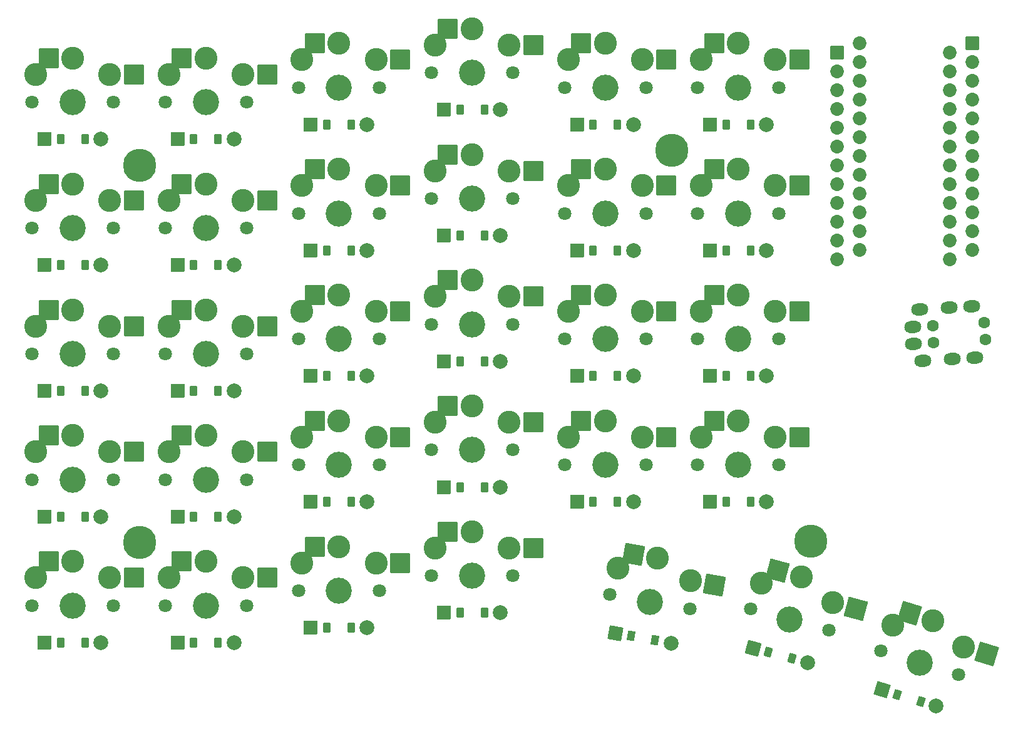
<source format=gbr>
%TF.GenerationSoftware,KiCad,Pcbnew,8.0.4*%
%TF.CreationDate,2024-10-05T17:03:56-04:00*%
%TF.ProjectId,mzizzi-split62,6d7a697a-7a69-42d7-9370-6c697436322e,v1.0.0*%
%TF.SameCoordinates,Original*%
%TF.FileFunction,Soldermask,Bot*%
%TF.FilePolarity,Negative*%
%FSLAX46Y46*%
G04 Gerber Fmt 4.6, Leading zero omitted, Abs format (unit mm)*
G04 Created by KiCad (PCBNEW 8.0.4) date 2024-10-05 17:03:56*
%MOMM*%
%LPD*%
G01*
G04 APERTURE LIST*
G04 Aperture macros list*
%AMRoundRect*
0 Rectangle with rounded corners*
0 $1 Rounding radius*
0 $2 $3 $4 $5 $6 $7 $8 $9 X,Y pos of 4 corners*
0 Add a 4 corners polygon primitive as box body*
4,1,4,$2,$3,$4,$5,$6,$7,$8,$9,$2,$3,0*
0 Add four circle primitives for the rounded corners*
1,1,$1+$1,$2,$3*
1,1,$1+$1,$4,$5*
1,1,$1+$1,$6,$7*
1,1,$1+$1,$8,$9*
0 Add four rect primitives between the rounded corners*
20,1,$1+$1,$2,$3,$4,$5,0*
20,1,$1+$1,$4,$5,$6,$7,0*
20,1,$1+$1,$6,$7,$8,$9,0*
20,1,$1+$1,$8,$9,$2,$3,0*%
%AMHorizOval*
0 Thick line with rounded ends*
0 $1 width*
0 $2 $3 position (X,Y) of the first rounded end (center of the circle)*
0 $4 $5 position (X,Y) of the second rounded end (center of the circle)*
0 Add line between two ends*
20,1,$1,$2,$3,$4,$5,0*
0 Add two circle primitives to create the rounded ends*
1,1,$1,$2,$3*
1,1,$1,$4,$5*%
G04 Aperture macros list end*
%ADD10RoundRect,0.050000X-0.876300X0.876300X-0.876300X-0.876300X0.876300X-0.876300X0.876300X0.876300X0*%
%ADD11C,1.852600*%
%ADD12C,1.801800*%
%ADD13C,3.100000*%
%ADD14C,3.529000*%
%ADD15RoundRect,0.050000X-1.300000X-1.300000X1.300000X-1.300000X1.300000X1.300000X-1.300000X1.300000X0*%
%ADD16C,1.600000*%
%ADD17HorizOval,1.700000X-0.299472X-0.017792X0.299472X0.017792X0*%
%ADD18RoundRect,0.050000X-0.889000X-0.889000X0.889000X-0.889000X0.889000X0.889000X-0.889000X0.889000X0*%
%ADD19RoundRect,0.050000X-0.450000X-0.600000X0.450000X-0.600000X0.450000X0.600000X-0.450000X0.600000X0*%
%ADD20C,2.005000*%
%ADD21C,0.800000*%
%ADD22C,4.500000*%
%ADD23RoundRect,0.050000X-1.592168X-0.919239X0.919239X-1.592168X1.592168X0.919239X-0.919239X1.592168X0*%
%ADD24RoundRect,0.050000X-1.110073X-0.590236X0.590236X-1.110073X1.110073X0.590236X-0.590236X1.110073X0*%
%ADD25RoundRect,0.050000X-0.605760X-0.442216X0.254914X-0.705350X0.605760X0.442216X-0.254914X0.705350X0*%
%ADD26RoundRect,0.050000X-1.505993X-1.054507X1.054507X-1.505993X1.505993X1.054507X-1.054507X1.505993X0*%
%ADD27RoundRect,0.050000X-1.029867X-0.721121X0.721121X-1.029867X1.029867X0.721121X-0.721121X1.029867X0*%
%ADD28RoundRect,0.050000X-0.547352X-0.512743X0.338975X-0.669026X0.547352X0.512743X-0.338975X0.669026X0*%
%ADD29RoundRect,0.050000X-1.623279X-0.863113X0.863113X-1.623279X1.623279X0.863113X-0.863113X1.623279X0*%
%ADD30RoundRect,0.050000X-1.088798X-0.628618X0.628618X-1.088798X1.088798X0.628618X-0.628618X1.088798X0*%
%ADD31RoundRect,0.050000X-0.589958X-0.463087X0.279375X-0.696024X0.589958X0.463087X-0.279375X0.696024X0*%
G04 APERTURE END LIST*
D10*
%TO.C,MCU2*%
X271620000Y-74030000D03*
D11*
X271620000Y-76570000D03*
X271620000Y-79110000D03*
X271620000Y-81650000D03*
X271620000Y-84190000D03*
X271620000Y-86730000D03*
X271620000Y-89270000D03*
X271620000Y-91810000D03*
X271620000Y-94350000D03*
X271620000Y-96890000D03*
X271620000Y-99430000D03*
X271620000Y-101970000D03*
X256380000Y-74030000D03*
X256380000Y-76570000D03*
X256380000Y-79110000D03*
X256380000Y-81650000D03*
X256380000Y-84190000D03*
X256380000Y-86730000D03*
X256380000Y-89270000D03*
X256380000Y-91810000D03*
X256380000Y-94350000D03*
X256380000Y-96890000D03*
X256380000Y-99430000D03*
X256380000Y-101970000D03*
%TD*%
D12*
%TO.C,S11*%
X180500000Y-148000000D03*
D13*
X181000000Y-144250000D03*
X186000000Y-142050000D03*
X186000000Y-142050000D03*
D14*
X186000000Y-148000000D03*
D13*
X191000000Y-144250000D03*
D12*
X191500000Y-148000000D03*
D15*
X182725000Y-142050000D03*
X194275000Y-144250000D03*
%TD*%
D16*
%TO.C,TRRS1*%
X273266412Y-111798939D03*
X266278733Y-112214083D03*
X273402816Y-114094890D03*
X266415137Y-114510035D03*
D17*
X263583485Y-112374210D03*
X263719890Y-114670162D03*
X264545144Y-110013022D03*
X264954358Y-116900877D03*
X268538104Y-109775796D03*
X268947318Y-116663651D03*
X271532823Y-109597877D03*
X271942037Y-116485732D03*
%TD*%
D18*
%TO.C,D23*%
X218190000Y-102000000D03*
D19*
X220350000Y-102000000D03*
X223650000Y-102000000D03*
D20*
X225810000Y-102000000D03*
%TD*%
D12*
%TO.C,S3*%
X144500000Y-116000000D03*
D13*
X145000000Y-112250000D03*
X150000000Y-110050000D03*
X150000000Y-110050000D03*
D14*
X150000000Y-116000000D03*
D13*
X155000000Y-112250000D03*
D12*
X155500000Y-116000000D03*
D15*
X146725000Y-110050000D03*
X158275000Y-112250000D03*
%TD*%
D12*
%TO.C,S1*%
X144500000Y-150000000D03*
D13*
X145000000Y-146250000D03*
X150000000Y-144050000D03*
X150000000Y-144050000D03*
D14*
X150000000Y-150000000D03*
D13*
X155000000Y-146250000D03*
D12*
X155500000Y-150000000D03*
D15*
X146725000Y-144050000D03*
X158275000Y-146250000D03*
%TD*%
D18*
%TO.C,D9*%
X164190000Y-104000000D03*
D19*
X166350000Y-104000000D03*
X169650000Y-104000000D03*
D20*
X171810000Y-104000000D03*
%TD*%
D18*
%TO.C,D20*%
X200190000Y-83000000D03*
D19*
X202350000Y-83000000D03*
X205650000Y-83000000D03*
D20*
X207810000Y-83000000D03*
%TD*%
D18*
%TO.C,D19*%
X200190000Y-100000000D03*
D19*
X202350000Y-100000000D03*
X205650000Y-100000000D03*
D20*
X207810000Y-100000000D03*
%TD*%
D12*
%TO.C,S9*%
X162500000Y-99000000D03*
D13*
X163000000Y-95250000D03*
X168000000Y-93050000D03*
X168000000Y-93050000D03*
D14*
X168000000Y-99000000D03*
D13*
X173000000Y-95250000D03*
D12*
X173500000Y-99000000D03*
D15*
X164725000Y-93050000D03*
X176275000Y-95250000D03*
%TD*%
D12*
%TO.C,S8*%
X162500000Y-116000000D03*
D13*
X163000000Y-112250000D03*
X168000000Y-110050000D03*
X168000000Y-110050000D03*
D14*
X168000000Y-116000000D03*
D13*
X173000000Y-112250000D03*
D12*
X173500000Y-116000000D03*
D15*
X164725000Y-110050000D03*
X176275000Y-112250000D03*
%TD*%
D12*
%TO.C,S6*%
X162500000Y-150000000D03*
D13*
X163000000Y-146250000D03*
X168000000Y-144050000D03*
X168000000Y-144050000D03*
D14*
X168000000Y-150000000D03*
D13*
X173000000Y-146250000D03*
D12*
X173500000Y-150000000D03*
D15*
X164725000Y-144050000D03*
X176275000Y-146250000D03*
%TD*%
D12*
%TO.C,S27*%
X234500000Y-97000000D03*
D13*
X235000000Y-93250000D03*
X240000000Y-91050000D03*
X240000000Y-91050000D03*
D14*
X240000000Y-97000000D03*
D13*
X245000000Y-93250000D03*
D12*
X245500000Y-97000000D03*
D15*
X236725000Y-91050000D03*
X248275000Y-93250000D03*
%TD*%
D21*
%TO.C,_1*%
X248204516Y-140866326D03*
X248973294Y-139864434D03*
X248369352Y-142118376D03*
X250225344Y-139699598D03*
D22*
X249798294Y-141293376D03*
D21*
X249371244Y-142887154D03*
X251227236Y-140468376D03*
X250623294Y-142722318D03*
X251392072Y-141720426D03*
%TD*%
D12*
%TO.C,S16*%
X198500000Y-146000000D03*
D13*
X199000000Y-142250000D03*
X204000000Y-140050000D03*
X204000000Y-140050000D03*
D14*
X204000000Y-146000000D03*
D13*
X209000000Y-142250000D03*
D12*
X209500000Y-146000000D03*
D15*
X200725000Y-140050000D03*
X212275000Y-142250000D03*
%TD*%
D18*
%TO.C,D11*%
X182190000Y-153000000D03*
D19*
X184350000Y-153000000D03*
X187650000Y-153000000D03*
D20*
X189810000Y-153000000D03*
%TD*%
D10*
%TO.C,MCU1*%
X253380000Y-75280000D03*
D11*
X253380000Y-77820000D03*
X253380000Y-80360000D03*
X253380000Y-82900000D03*
X253380000Y-85440000D03*
X253380000Y-87980000D03*
X253380000Y-90520000D03*
X253380000Y-93060000D03*
X253380000Y-95600000D03*
X253380000Y-98140000D03*
X253380000Y-100680000D03*
X253380000Y-103220000D03*
X268620000Y-75280000D03*
X268620000Y-77820000D03*
X268620000Y-80360000D03*
X268620000Y-82900000D03*
X268620000Y-85440000D03*
X268620000Y-87980000D03*
X268620000Y-90520000D03*
X268620000Y-93060000D03*
X268620000Y-95600000D03*
X268620000Y-98140000D03*
X268620000Y-100680000D03*
X268620000Y-103220000D03*
%TD*%
D18*
%TO.C,D7*%
X164190000Y-138000000D03*
D19*
X166350000Y-138000000D03*
X169650000Y-138000000D03*
D20*
X171810000Y-138000000D03*
%TD*%
D18*
%TO.C,D2*%
X146190000Y-138000000D03*
D19*
X148350000Y-138000000D03*
X151650000Y-138000000D03*
D20*
X153810000Y-138000000D03*
%TD*%
D18*
%TO.C,D8*%
X164190000Y-121000000D03*
D19*
X166350000Y-121000000D03*
X169650000Y-121000000D03*
D20*
X171810000Y-121000000D03*
%TD*%
D12*
%TO.C,S28*%
X234500000Y-80000000D03*
D13*
X235000000Y-76250000D03*
X240000000Y-74050000D03*
X240000000Y-74050000D03*
D14*
X240000000Y-80000000D03*
D13*
X245000000Y-76250000D03*
D12*
X245500000Y-80000000D03*
D15*
X236725000Y-74050000D03*
X248275000Y-76250000D03*
%TD*%
D12*
%TO.C,S2*%
X144500000Y-133000000D03*
D13*
X145000000Y-129250000D03*
X150000000Y-127050000D03*
X150000000Y-127050000D03*
D14*
X150000000Y-133000000D03*
D13*
X155000000Y-129250000D03*
D12*
X155500000Y-133000000D03*
D15*
X146725000Y-127050000D03*
X158275000Y-129250000D03*
%TD*%
D18*
%TO.C,D12*%
X182190000Y-136000000D03*
D19*
X184350000Y-136000000D03*
X187650000Y-136000000D03*
D20*
X189810000Y-136000000D03*
%TD*%
D12*
%TO.C,S10*%
X162500000Y-82000000D03*
D13*
X163000000Y-78250000D03*
X168000000Y-76050000D03*
X168000000Y-76050000D03*
D14*
X168000000Y-82000000D03*
D13*
X173000000Y-78250000D03*
D12*
X173500000Y-82000000D03*
D15*
X164725000Y-76050000D03*
X176275000Y-78250000D03*
%TD*%
D12*
%TO.C,S19*%
X198500000Y-95000000D03*
D13*
X199000000Y-91250000D03*
X204000000Y-89050000D03*
X204000000Y-89050000D03*
D14*
X204000000Y-95000000D03*
D13*
X209000000Y-91250000D03*
D12*
X209500000Y-95000000D03*
D15*
X200725000Y-89050000D03*
X212275000Y-91250000D03*
%TD*%
D21*
%TO.C,_2*%
X229350000Y-88500000D03*
X229833274Y-87333274D03*
X229833274Y-89666726D03*
X231000000Y-86850000D03*
D22*
X231000000Y-88500000D03*
D21*
X231000000Y-90150000D03*
X232166726Y-87333274D03*
X232166726Y-89666726D03*
X232650000Y-88500000D03*
%TD*%
D12*
%TO.C,S20*%
X198500000Y-78000000D03*
D13*
X199000000Y-74250000D03*
X204000000Y-72050000D03*
X204000000Y-72050000D03*
D14*
X204000000Y-78000000D03*
D13*
X209000000Y-74250000D03*
D12*
X209500000Y-78000000D03*
D15*
X200725000Y-72050000D03*
X212275000Y-74250000D03*
%TD*%
D12*
%TO.C,S14*%
X180500000Y-97000000D03*
D13*
X181000000Y-93250000D03*
X186000000Y-91050000D03*
X186000000Y-91050000D03*
D14*
X186000000Y-97000000D03*
D13*
X191000000Y-93250000D03*
D12*
X191500000Y-97000000D03*
D15*
X182725000Y-91050000D03*
X194275000Y-93250000D03*
%TD*%
D18*
%TO.C,D13*%
X182190000Y-119000000D03*
D19*
X184350000Y-119000000D03*
X187650000Y-119000000D03*
D20*
X189810000Y-119000000D03*
%TD*%
D18*
%TO.C,D18*%
X200190000Y-117000000D03*
D19*
X202350000Y-117000000D03*
X205650000Y-117000000D03*
D20*
X207810000Y-117000000D03*
%TD*%
D18*
%TO.C,D21*%
X218190000Y-136000000D03*
D19*
X220350000Y-136000000D03*
X223650000Y-136000000D03*
D20*
X225810000Y-136000000D03*
%TD*%
D12*
%TO.C,S23*%
X216500000Y-97000000D03*
D13*
X217000000Y-93250000D03*
X222000000Y-91050000D03*
X222000000Y-91050000D03*
D14*
X222000000Y-97000000D03*
D13*
X227000000Y-93250000D03*
D12*
X227500000Y-97000000D03*
D15*
X218725000Y-91050000D03*
X230275000Y-93250000D03*
%TD*%
D21*
%TO.C,_3*%
X157350000Y-90500000D03*
X157833274Y-89333274D03*
X157833274Y-91666726D03*
X159000000Y-88850000D03*
D22*
X159000000Y-90500000D03*
D21*
X159000000Y-92150000D03*
X160166726Y-89333274D03*
X160166726Y-91666726D03*
X160650000Y-90500000D03*
%TD*%
D18*
%TO.C,D26*%
X236190000Y-119000000D03*
D19*
X238350000Y-119000000D03*
X241650000Y-119000000D03*
D20*
X243810000Y-119000000D03*
%TD*%
D12*
%TO.C,S22*%
X216500000Y-114000000D03*
D13*
X217000000Y-110250000D03*
X222000000Y-108050000D03*
X222000000Y-108050000D03*
D14*
X222000000Y-114000000D03*
D13*
X227000000Y-110250000D03*
D12*
X227500000Y-114000000D03*
D15*
X218725000Y-108050000D03*
X230275000Y-110250000D03*
%TD*%
D18*
%TO.C,D28*%
X236190000Y-85000000D03*
D19*
X238350000Y-85000000D03*
X241650000Y-85000000D03*
D20*
X243810000Y-85000000D03*
%TD*%
D18*
%TO.C,D25*%
X236190000Y-136000000D03*
D19*
X238350000Y-136000000D03*
X241650000Y-136000000D03*
D20*
X243810000Y-136000000D03*
%TD*%
D12*
%TO.C,S13*%
X180500000Y-114000000D03*
D13*
X181000000Y-110250000D03*
X186000000Y-108050000D03*
X186000000Y-108050000D03*
D14*
X186000000Y-114000000D03*
D13*
X191000000Y-110250000D03*
D12*
X191500000Y-114000000D03*
D15*
X182725000Y-108050000D03*
X194275000Y-110250000D03*
%TD*%
D18*
%TO.C,D6*%
X164190000Y-155000000D03*
D19*
X166350000Y-155000000D03*
X169650000Y-155000000D03*
D20*
X171810000Y-155000000D03*
%TD*%
D12*
%TO.C,S7*%
X162500000Y-133000000D03*
D13*
X163000000Y-129250000D03*
X168000000Y-127050000D03*
X168000000Y-127050000D03*
D14*
X168000000Y-133000000D03*
D13*
X173000000Y-129250000D03*
D12*
X173500000Y-133000000D03*
D15*
X164725000Y-127050000D03*
X176275000Y-129250000D03*
%TD*%
D12*
%TO.C,S25*%
X234500000Y-131000000D03*
D13*
X235000000Y-127250000D03*
X240000000Y-125050000D03*
X240000000Y-125050000D03*
D14*
X240000000Y-131000000D03*
D13*
X245000000Y-127250000D03*
D12*
X245500000Y-131000000D03*
D15*
X236725000Y-125050000D03*
X248275000Y-127250000D03*
%TD*%
D12*
%TO.C,S18*%
X198500000Y-112000000D03*
D13*
X199000000Y-108250000D03*
X204000000Y-106050000D03*
X204000000Y-106050000D03*
D14*
X204000000Y-112000000D03*
D13*
X209000000Y-108250000D03*
D12*
X209500000Y-112000000D03*
D15*
X200725000Y-106050000D03*
X212275000Y-108250000D03*
%TD*%
D12*
%TO.C,S30*%
X241638693Y-150495055D03*
D13*
X243092227Y-147002243D03*
X248491258Y-146171301D03*
X248491258Y-146171301D03*
D14*
X246951285Y-151918560D03*
D13*
X252751486Y-149590433D03*
D12*
X252263877Y-153342065D03*
D23*
X245327851Y-145323669D03*
X255914893Y-150438066D03*
%TD*%
D18*
%TO.C,D3*%
X146190000Y-121000000D03*
D19*
X148350000Y-121000000D03*
X151650000Y-121000000D03*
D20*
X153810000Y-121000000D03*
%TD*%
D18*
%TO.C,D27*%
X236190000Y-102000000D03*
D19*
X238350000Y-102000000D03*
X241650000Y-102000000D03*
D20*
X243810000Y-102000000D03*
%TD*%
D12*
%TO.C,S24*%
X216500000Y-80000000D03*
D13*
X217000000Y-76250000D03*
X222000000Y-74050000D03*
X222000000Y-74050000D03*
D14*
X222000000Y-80000000D03*
D13*
X227000000Y-76250000D03*
D12*
X227500000Y-80000000D03*
D15*
X218725000Y-74050000D03*
X230275000Y-76250000D03*
%TD*%
D24*
%TO.C,D31*%
X259442282Y-161390555D03*
D25*
X261507900Y-162022078D03*
X264663706Y-162986904D03*
D20*
X266729324Y-163618427D03*
%TD*%
D12*
%TO.C,S12*%
X180500000Y-131000000D03*
D13*
X181000000Y-127250000D03*
X186000000Y-125050000D03*
X186000000Y-125050000D03*
D14*
X186000000Y-131000000D03*
D13*
X191000000Y-127250000D03*
D12*
X191500000Y-131000000D03*
D15*
X182725000Y-125050000D03*
X194275000Y-127250000D03*
%TD*%
D12*
%TO.C,S5*%
X144500000Y-82000000D03*
D13*
X145000000Y-78250000D03*
X150000000Y-76050000D03*
X150000000Y-76050000D03*
D14*
X150000000Y-82000000D03*
D13*
X155000000Y-78250000D03*
D12*
X155500000Y-82000000D03*
D15*
X146725000Y-76050000D03*
X158275000Y-78250000D03*
%TD*%
D18*
%TO.C,D10*%
X164190000Y-87000000D03*
D19*
X166350000Y-87000000D03*
X169650000Y-87000000D03*
D20*
X171810000Y-87000000D03*
%TD*%
D12*
%TO.C,S29*%
X222583557Y-148544935D03*
D13*
X223727142Y-144938730D03*
X229033207Y-143640394D03*
X229033207Y-143640394D03*
D14*
X228000000Y-149500000D03*
D13*
X233575219Y-146675212D03*
D12*
X233416443Y-150455065D03*
D26*
X225807961Y-143071696D03*
X236800465Y-147243910D03*
%TD*%
D27*
%TO.C,D29*%
X223379640Y-153762439D03*
D28*
X225506826Y-154137520D03*
X228756692Y-154710558D03*
D20*
X230883878Y-155085639D03*
%TD*%
D18*
%TO.C,D17*%
X200190000Y-134000000D03*
D19*
X202350000Y-134000000D03*
X205650000Y-134000000D03*
D20*
X207810000Y-134000000D03*
%TD*%
D12*
%TO.C,S15*%
X180500000Y-80000000D03*
D13*
X181000000Y-76250000D03*
X186000000Y-74050000D03*
X186000000Y-74050000D03*
D14*
X186000000Y-80000000D03*
D13*
X191000000Y-76250000D03*
D12*
X191500000Y-80000000D03*
D15*
X182725000Y-74050000D03*
X194275000Y-76250000D03*
%TD*%
D18*
%TO.C,D15*%
X182190000Y-85000000D03*
D19*
X184350000Y-85000000D03*
X187650000Y-85000000D03*
D20*
X189810000Y-85000000D03*
%TD*%
D18*
%TO.C,D5*%
X146190000Y-87000000D03*
D19*
X148350000Y-87000000D03*
X151650000Y-87000000D03*
D20*
X153810000Y-87000000D03*
%TD*%
D12*
%TO.C,S4*%
X144500000Y-99000000D03*
D13*
X145000000Y-95250000D03*
X150000000Y-93050000D03*
X150000000Y-93050000D03*
D14*
X150000000Y-99000000D03*
D13*
X155000000Y-95250000D03*
D12*
X155500000Y-99000000D03*
D15*
X146725000Y-93050000D03*
X158275000Y-95250000D03*
%TD*%
D21*
%TO.C,_4*%
X157350000Y-141500000D03*
X157833274Y-140333274D03*
X157833274Y-142666726D03*
X159000000Y-139850000D03*
D22*
X159000000Y-141500000D03*
D21*
X159000000Y-143150000D03*
X160166726Y-140333274D03*
X160166726Y-142666726D03*
X160650000Y-141500000D03*
%TD*%
D12*
%TO.C,S26*%
X234500000Y-114000000D03*
D13*
X235000000Y-110250000D03*
X240000000Y-108050000D03*
X240000000Y-108050000D03*
D14*
X240000000Y-114000000D03*
D13*
X245000000Y-110250000D03*
D12*
X245500000Y-114000000D03*
D15*
X236725000Y-108050000D03*
X248275000Y-110250000D03*
%TD*%
D18*
%TO.C,D24*%
X218190000Y-85000000D03*
D19*
X220350000Y-85000000D03*
X223650000Y-85000000D03*
D20*
X225810000Y-85000000D03*
%TD*%
D12*
%TO.C,S31*%
X259287985Y-156114924D03*
D13*
X260862531Y-152674967D03*
X266287273Y-152032955D03*
X266287273Y-152032955D03*
D14*
X264547661Y-157722968D03*
D13*
X270425579Y-155598684D03*
D12*
X269807337Y-159331012D03*
D29*
X263155375Y-151075437D03*
X273557477Y-156556201D03*
%TD*%
D12*
%TO.C,S17*%
X198500000Y-129000000D03*
D13*
X199000000Y-125250000D03*
X204000000Y-123050000D03*
X204000000Y-123050000D03*
D14*
X204000000Y-129000000D03*
D13*
X209000000Y-125250000D03*
D12*
X209500000Y-129000000D03*
D15*
X200725000Y-123050000D03*
X212275000Y-125250000D03*
%TD*%
D18*
%TO.C,D1*%
X146190000Y-155000000D03*
D19*
X148350000Y-155000000D03*
X151650000Y-155000000D03*
D20*
X153810000Y-155000000D03*
%TD*%
D18*
%TO.C,D22*%
X218190000Y-119000000D03*
D19*
X220350000Y-119000000D03*
X223650000Y-119000000D03*
D20*
X225810000Y-119000000D03*
%TD*%
D18*
%TO.C,D4*%
X146190000Y-104000000D03*
D19*
X148350000Y-104000000D03*
X151650000Y-104000000D03*
D20*
X153810000Y-104000000D03*
%TD*%
D30*
%TO.C,D30*%
X241977012Y-155762088D03*
D31*
X244063411Y-156321140D03*
X247250967Y-157175240D03*
D20*
X249337366Y-157734292D03*
%TD*%
D18*
%TO.C,D16*%
X200190000Y-151000000D03*
D19*
X202350000Y-151000000D03*
X205650000Y-151000000D03*
D20*
X207810000Y-151000000D03*
%TD*%
D12*
%TO.C,S21*%
X216500000Y-131000000D03*
D13*
X217000000Y-127250000D03*
X222000000Y-125050000D03*
X222000000Y-125050000D03*
D14*
X222000000Y-131000000D03*
D13*
X227000000Y-127250000D03*
D12*
X227500000Y-131000000D03*
D15*
X218725000Y-125050000D03*
X230275000Y-127250000D03*
%TD*%
D18*
%TO.C,D14*%
X182190000Y-102000000D03*
D19*
X184350000Y-102000000D03*
X187650000Y-102000000D03*
D20*
X189810000Y-102000000D03*
%TD*%
M02*

</source>
